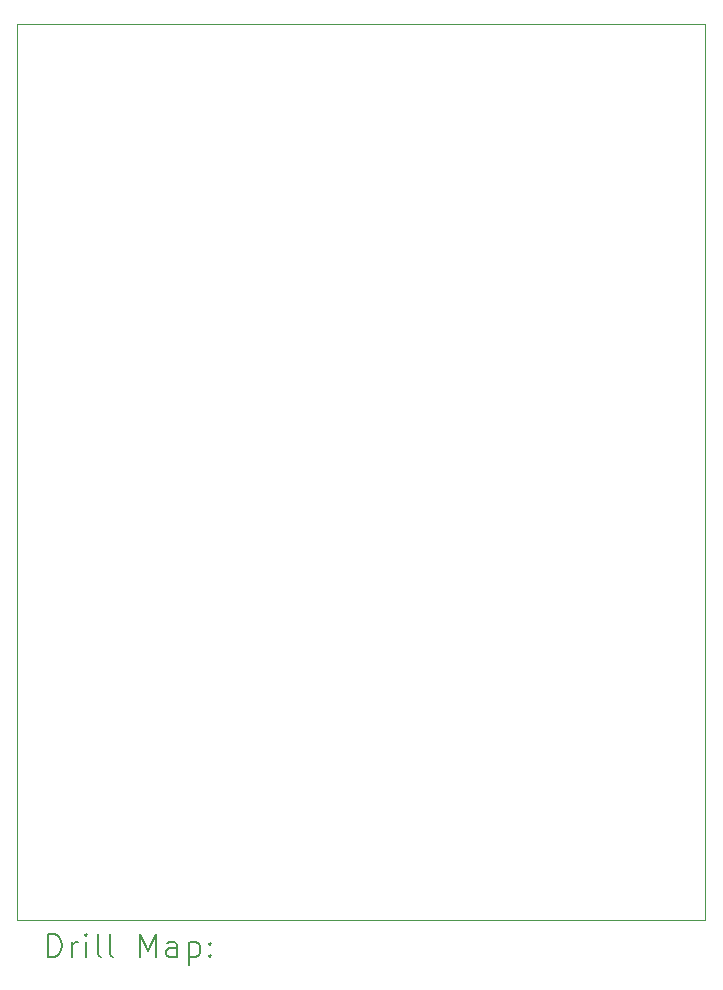
<source format=gbr>
%TF.GenerationSoftware,KiCad,Pcbnew,7.0.7*%
%TF.CreationDate,2024-02-09T14:24:37-05:00*%
%TF.ProjectId,control-module-pcb,636f6e74-726f-46c2-9d6d-6f64756c652d,rev?*%
%TF.SameCoordinates,Original*%
%TF.FileFunction,Drillmap*%
%TF.FilePolarity,Positive*%
%FSLAX45Y45*%
G04 Gerber Fmt 4.5, Leading zero omitted, Abs format (unit mm)*
G04 Created by KiCad (PCBNEW 7.0.7) date 2024-02-09 14:24:37*
%MOMM*%
%LPD*%
G01*
G04 APERTURE LIST*
%ADD10C,0.038100*%
%ADD11C,0.200000*%
G04 APERTURE END LIST*
D10*
X14200000Y-5600000D02*
X20025000Y-5600000D01*
X20025000Y-13190000D01*
X14200000Y-13190000D01*
X14200000Y-5600000D01*
D11*
X14458872Y-13503389D02*
X14458872Y-13303389D01*
X14458872Y-13303389D02*
X14506491Y-13303389D01*
X14506491Y-13303389D02*
X14535062Y-13312913D01*
X14535062Y-13312913D02*
X14554110Y-13331960D01*
X14554110Y-13331960D02*
X14563634Y-13351008D01*
X14563634Y-13351008D02*
X14573157Y-13389103D01*
X14573157Y-13389103D02*
X14573157Y-13417674D01*
X14573157Y-13417674D02*
X14563634Y-13455770D01*
X14563634Y-13455770D02*
X14554110Y-13474817D01*
X14554110Y-13474817D02*
X14535062Y-13493865D01*
X14535062Y-13493865D02*
X14506491Y-13503389D01*
X14506491Y-13503389D02*
X14458872Y-13503389D01*
X14658872Y-13503389D02*
X14658872Y-13370055D01*
X14658872Y-13408151D02*
X14668396Y-13389103D01*
X14668396Y-13389103D02*
X14677919Y-13379579D01*
X14677919Y-13379579D02*
X14696967Y-13370055D01*
X14696967Y-13370055D02*
X14716015Y-13370055D01*
X14782681Y-13503389D02*
X14782681Y-13370055D01*
X14782681Y-13303389D02*
X14773157Y-13312913D01*
X14773157Y-13312913D02*
X14782681Y-13322436D01*
X14782681Y-13322436D02*
X14792205Y-13312913D01*
X14792205Y-13312913D02*
X14782681Y-13303389D01*
X14782681Y-13303389D02*
X14782681Y-13322436D01*
X14906491Y-13503389D02*
X14887443Y-13493865D01*
X14887443Y-13493865D02*
X14877919Y-13474817D01*
X14877919Y-13474817D02*
X14877919Y-13303389D01*
X15011253Y-13503389D02*
X14992205Y-13493865D01*
X14992205Y-13493865D02*
X14982681Y-13474817D01*
X14982681Y-13474817D02*
X14982681Y-13303389D01*
X15239824Y-13503389D02*
X15239824Y-13303389D01*
X15239824Y-13303389D02*
X15306491Y-13446246D01*
X15306491Y-13446246D02*
X15373157Y-13303389D01*
X15373157Y-13303389D02*
X15373157Y-13503389D01*
X15554110Y-13503389D02*
X15554110Y-13398627D01*
X15554110Y-13398627D02*
X15544586Y-13379579D01*
X15544586Y-13379579D02*
X15525538Y-13370055D01*
X15525538Y-13370055D02*
X15487443Y-13370055D01*
X15487443Y-13370055D02*
X15468396Y-13379579D01*
X15554110Y-13493865D02*
X15535062Y-13503389D01*
X15535062Y-13503389D02*
X15487443Y-13503389D01*
X15487443Y-13503389D02*
X15468396Y-13493865D01*
X15468396Y-13493865D02*
X15458872Y-13474817D01*
X15458872Y-13474817D02*
X15458872Y-13455770D01*
X15458872Y-13455770D02*
X15468396Y-13436722D01*
X15468396Y-13436722D02*
X15487443Y-13427198D01*
X15487443Y-13427198D02*
X15535062Y-13427198D01*
X15535062Y-13427198D02*
X15554110Y-13417674D01*
X15649348Y-13370055D02*
X15649348Y-13570055D01*
X15649348Y-13379579D02*
X15668396Y-13370055D01*
X15668396Y-13370055D02*
X15706491Y-13370055D01*
X15706491Y-13370055D02*
X15725538Y-13379579D01*
X15725538Y-13379579D02*
X15735062Y-13389103D01*
X15735062Y-13389103D02*
X15744586Y-13408151D01*
X15744586Y-13408151D02*
X15744586Y-13465293D01*
X15744586Y-13465293D02*
X15735062Y-13484341D01*
X15735062Y-13484341D02*
X15725538Y-13493865D01*
X15725538Y-13493865D02*
X15706491Y-13503389D01*
X15706491Y-13503389D02*
X15668396Y-13503389D01*
X15668396Y-13503389D02*
X15649348Y-13493865D01*
X15830300Y-13484341D02*
X15839824Y-13493865D01*
X15839824Y-13493865D02*
X15830300Y-13503389D01*
X15830300Y-13503389D02*
X15820777Y-13493865D01*
X15820777Y-13493865D02*
X15830300Y-13484341D01*
X15830300Y-13484341D02*
X15830300Y-13503389D01*
X15830300Y-13379579D02*
X15839824Y-13389103D01*
X15839824Y-13389103D02*
X15830300Y-13398627D01*
X15830300Y-13398627D02*
X15820777Y-13389103D01*
X15820777Y-13389103D02*
X15830300Y-13379579D01*
X15830300Y-13379579D02*
X15830300Y-13398627D01*
M02*

</source>
